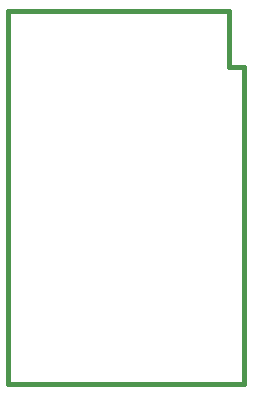
<source format=gbr>
G04 (created by PCBNEW-RS274X (2010-08-11 BZR 2448)-unstable) date Thu 16 Jun 2011 10:10:32 CST*
G01*
G70*
G90*
%MOIN*%
G04 Gerber Fmt 3.4, Leading zero omitted, Abs format*
%FSLAX34Y34*%
G04 APERTURE LIST*
%ADD10C,0.001000*%
%ADD11C,0.015000*%
G04 APERTURE END LIST*
G54D10*
G54D11*
X47244Y-51811D02*
X39370Y-51811D01*
X47244Y-41220D02*
X47244Y-41220D01*
X46732Y-41221D02*
X47244Y-41221D01*
X46732Y-39370D02*
X46732Y-41220D01*
X39370Y-51811D02*
X39370Y-39370D01*
X47244Y-41220D02*
X47244Y-51811D01*
X39370Y-39370D02*
X46732Y-39370D01*
M02*

</source>
